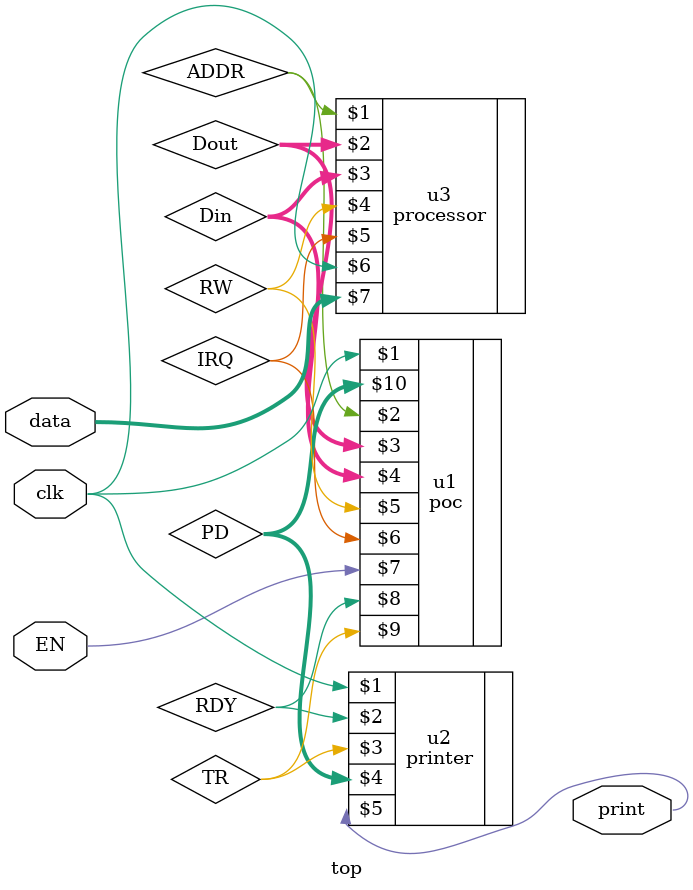
<source format=v>
`timescale 1ns / 1ps


module top(
    input clk,
    input EN,
    output print,
    input [7:0] data    
    );
    
    wire ADDR, RW, IRQ, RDY, TR;
    wire [7:0] Dout;
    wire [7:0] Din;
    wire [7:0] PD;
    
    poc u1(
        clk,
        ADDR,
        Dout,
        Din,
        RW,   //1Îª¶Á£¬0ÎªÐ´
        IRQ,
        EN,    //ÖÐ¶ÏÊ¹ÄÜ EN=1½øÈëÖÐ¶Ï·½Ê½
        RDY,
        TR,
        PD
        );
    
    printer u2(
        clk,
        RDY,
        TR,
        PD,
        print
        );
    
    processor u3(
        ADDR,
        Dout,
        Din,
        RW,
        IRQ,
        clk,
        data      //ÊäÈëÊý¾Ý£¬ÓÃÓÚ·ÂÕæ²âÊÔ
        );
        
endmodule

</source>
